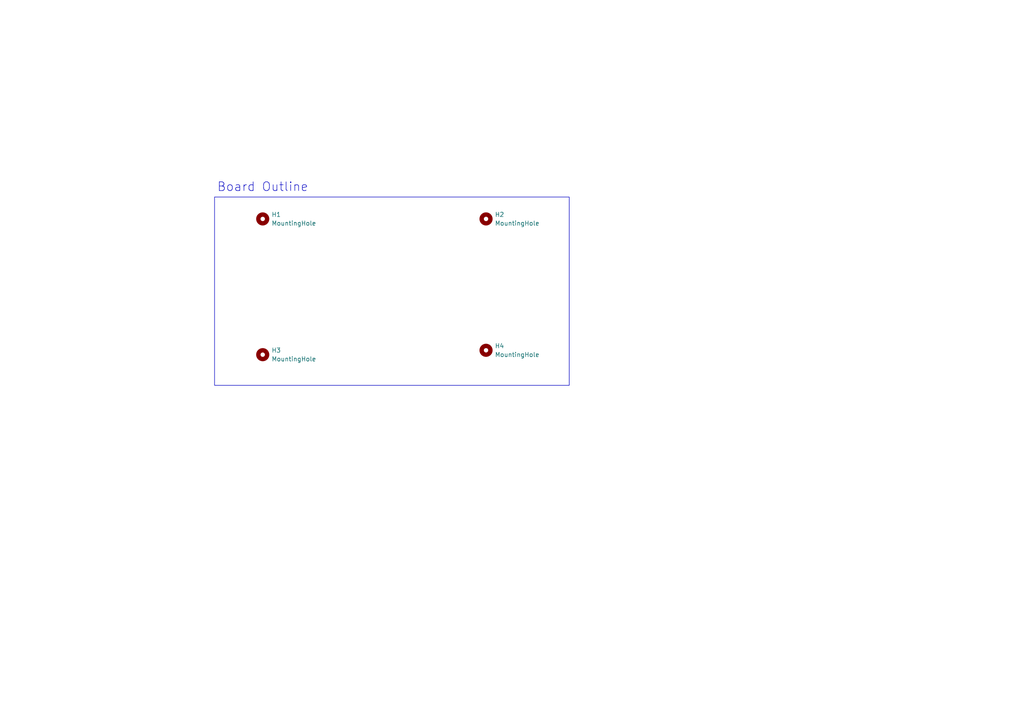
<source format=kicad_sch>
(kicad_sch (version 20250114) (generator "eeschema") (generator_version "9.0")
  (paper "A4")
  (lib_symbols
    (symbol "Mechanical:MountingHole" (pin_names (offset 1.016)) (in_bom no)
      (property "Reference" "H" (at 0 5.08 0))
      (property "Value" "MountingHole" (at 0 3.175 0))
      (symbol "MountingHole_0_1"
        (circle (center 0 0) (radius 1.27) (stroke (width 1.27)))
      )
    )
  )
  (rectangle (start 62.23 57.15) (end 165.1 111.76))
  (text "Board Outline" (at 76.2 54.356 0) (effects (font (size 2.54 2.54))))
  (symbol (lib_id "Mechanical:MountingHole") (at 140.97 101.6 0) (unit 1) (in_bom no)
    (property "Reference" "H4" (at 143.51 100.3299 0) (effects (justify left)))
    (property "Value" "MountingHole" (at 143.51 102.8699 0) (effects (justify left)))
    (property "Footprint" "MountingHole:MountingHole_3.2mm_M3_DIN965_Pad" (effects (hide yes)))
    (property "Description" "Mounting Hole without connection" (effects (hide yes)))
  )
  (symbol (lib_id "Mechanical:MountingHole") (at 140.97 63.5 0) (unit 1) (in_bom no)
    (property "Reference" "H2" (at 143.51 62.2299 0) (effects (justify left)))
    (property "Value" "MountingHole" (at 143.51 64.7699 0) (effects (justify left)))
    (property "Footprint" "MountingHole:MountingHole_3.2mm_M3_DIN965_Pad" (effects (hide yes)))
    (property "Description" "Mounting Hole without connection" (effects (hide yes)))
  )
  (symbol (lib_id "Mechanical:MountingHole") (at 76.2 63.5 0) (unit 1) (in_bom no)
    (property "Reference" "H1" (at 78.74 62.2299 0) (effects (justify left)))
    (property "Value" "MountingHole" (at 78.74 64.7699 0) (effects (justify left)))
    (property "Footprint" "MountingHole:MountingHole_3.2mm_M3_DIN965_Pad" (effects (hide yes)))
    (property "Description" "Mounting Hole without connection" (effects (hide yes)))
  )
  (symbol (lib_id "Mechanical:MountingHole") (at 76.2 102.87 0) (unit 1) (in_bom no)
    (property "Reference" "H3" (at 78.74 101.5999 0) (effects (justify left)))
    (property "Value" "MountingHole" (at 78.74 104.1399 0) (effects (justify left)))
    (property "Footprint" "MountingHole:MountingHole_3.2mm_M3_DIN965_Pad" (effects (hide yes)))
    (property "Description" "Mounting Hole without connection" (effects (hide yes)))
  )
)
</source>
